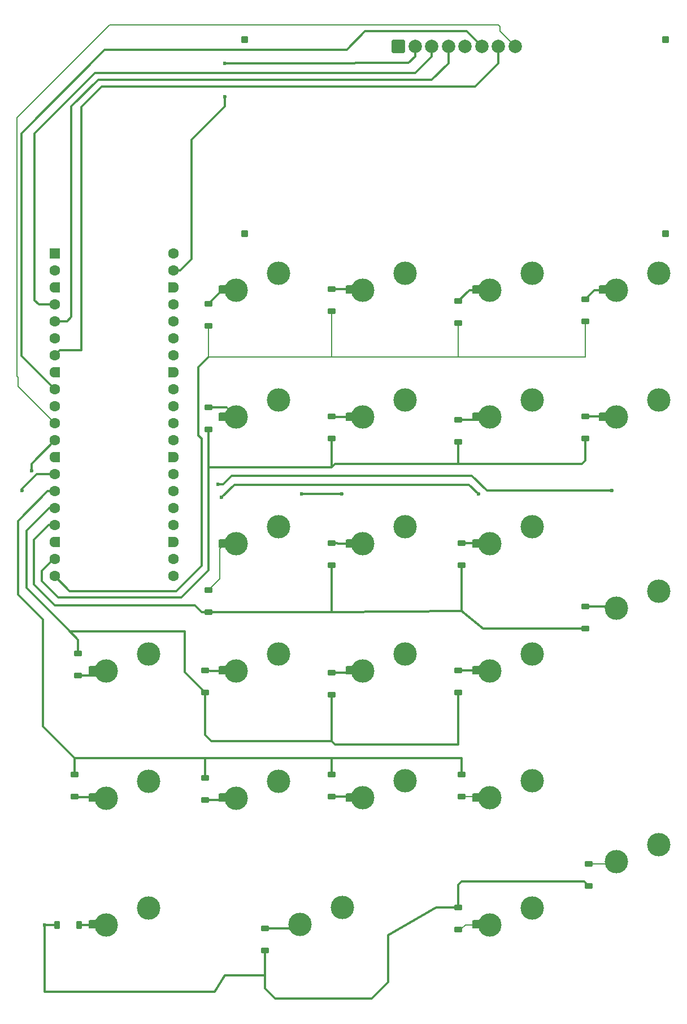
<source format=gbr>
%TF.GenerationSoftware,KiCad,Pcbnew,9.0.2+dfsg-1*%
%TF.CreationDate,2025-10-06T22:07:27-05:00*%
%TF.ProjectId,numpad,6e756d70-6164-42e6-9b69-6361645f7063,rev?*%
%TF.SameCoordinates,Original*%
%TF.FileFunction,Copper,L1,Top*%
%TF.FilePolarity,Positive*%
%FSLAX46Y46*%
G04 Gerber Fmt 4.6, Leading zero omitted, Abs format (unit mm)*
G04 Created by KiCad (PCBNEW 9.0.2+dfsg-1) date 2025-10-06 22:07:27*
%MOMM*%
%LPD*%
G01*
G04 APERTURE LIST*
G04 Aperture macros list*
%AMRoundRect*
0 Rectangle with rounded corners*
0 $1 Rounding radius*
0 $2 $3 $4 $5 $6 $7 $8 $9 X,Y pos of 4 corners*
0 Add a 4 corners polygon primitive as box body*
4,1,4,$2,$3,$4,$5,$6,$7,$8,$9,$2,$3,0*
0 Add four circle primitives for the rounded corners*
1,1,$1+$1,$2,$3*
1,1,$1+$1,$4,$5*
1,1,$1+$1,$6,$7*
1,1,$1+$1,$8,$9*
0 Add four rect primitives between the rounded corners*
20,1,$1+$1,$2,$3,$4,$5,0*
20,1,$1+$1,$4,$5,$6,$7,0*
20,1,$1+$1,$6,$7,$8,$9,0*
20,1,$1+$1,$8,$9,$2,$3,0*%
%AMFreePoly0*
4,1,37,0.603843,0.796157,0.639018,0.796157,0.711114,0.766294,0.766294,0.711114,0.796157,0.639018,0.796157,0.603843,0.800000,0.600000,0.800000,-0.600000,0.796157,-0.603843,0.796157,-0.639018,0.766294,-0.711114,0.711114,-0.766294,0.639018,-0.796157,0.603843,-0.796157,0.600000,-0.800000,0.000000,-0.800000,0.000000,-0.796148,-0.078414,-0.796148,-0.232228,-0.765552,-0.377117,-0.705537,
-0.507515,-0.618408,-0.618408,-0.507515,-0.705537,-0.377117,-0.765552,-0.232228,-0.796148,-0.078414,-0.796148,0.078414,-0.765552,0.232228,-0.705537,0.377117,-0.618408,0.507515,-0.507515,0.618408,-0.377117,0.705537,-0.232228,0.765552,-0.078414,0.796148,0.000000,0.796148,0.000000,0.800000,0.600000,0.800000,0.603843,0.796157,0.603843,0.796157,$1*%
%AMFreePoly1*
4,1,37,0.000000,0.796148,0.078414,0.796148,0.232228,0.765552,0.377117,0.705537,0.507515,0.618408,0.618408,0.507515,0.705537,0.377117,0.765552,0.232228,0.796148,0.078414,0.796148,-0.078414,0.765552,-0.232228,0.705537,-0.377117,0.618408,-0.507515,0.507515,-0.618408,0.377117,-0.705537,0.232228,-0.765552,0.078414,-0.796148,0.000000,-0.796148,0.000000,-0.800000,-0.600000,-0.800000,
-0.603843,-0.796157,-0.639018,-0.796157,-0.711114,-0.766294,-0.766294,-0.711114,-0.796157,-0.639018,-0.796157,-0.603843,-0.800000,-0.600000,-0.800000,0.600000,-0.796157,0.603843,-0.796157,0.639018,-0.766294,0.711114,-0.711114,0.766294,-0.639018,0.796157,-0.603843,0.796157,-0.600000,0.800000,0.000000,0.800000,0.000000,0.796148,0.000000,0.796148,$1*%
G04 Aperture macros list end*
%TA.AperFunction,ComponentPad*%
%ADD10RoundRect,0.150000X-0.350000X-0.350000X0.350000X-0.350000X0.350000X0.350000X-0.350000X0.350000X0*%
%TD*%
%TA.AperFunction,ComponentPad*%
%ADD11RoundRect,0.250000X-0.750000X-0.750000X0.750000X-0.750000X0.750000X0.750000X-0.750000X0.750000X0*%
%TD*%
%TA.AperFunction,ComponentPad*%
%ADD12C,2.000000*%
%TD*%
%TA.AperFunction,ComponentPad*%
%ADD13C,3.500000*%
%TD*%
%TA.AperFunction,SMDPad,CuDef*%
%ADD14RoundRect,0.187500X-0.437500X-0.447500X0.437500X-0.447500X0.437500X0.447500X-0.437500X0.447500X0*%
%TD*%
%TA.AperFunction,SMDPad,CuDef*%
%ADD15RoundRect,0.225000X0.375000X-0.225000X0.375000X0.225000X-0.375000X0.225000X-0.375000X-0.225000X0*%
%TD*%
%TA.AperFunction,SMDPad,CuDef*%
%ADD16RoundRect,0.225000X-0.375000X0.225000X-0.375000X-0.225000X0.375000X-0.225000X0.375000X0.225000X0*%
%TD*%
%TA.AperFunction,SMDPad,CuDef*%
%ADD17RoundRect,0.225000X-0.225000X-0.375000X0.225000X-0.375000X0.225000X0.375000X-0.225000X0.375000X0*%
%TD*%
%TA.AperFunction,ComponentPad*%
%ADD18RoundRect,0.200000X-0.600000X-0.600000X0.600000X-0.600000X0.600000X0.600000X-0.600000X0.600000X0*%
%TD*%
%TA.AperFunction,ComponentPad*%
%ADD19C,1.600000*%
%TD*%
%TA.AperFunction,ComponentPad*%
%ADD20FreePoly0,0.000000*%
%TD*%
%TA.AperFunction,ComponentPad*%
%ADD21FreePoly1,0.000000*%
%TD*%
%TA.AperFunction,ViaPad*%
%ADD22C,0.600000*%
%TD*%
%TA.AperFunction,Conductor*%
%ADD23C,0.200000*%
%TD*%
%TA.AperFunction,Conductor*%
%ADD24C,0.300000*%
%TD*%
G04 APERTURE END LIST*
D10*
%TO.P,LCD-1,*%
%TO.N,*%
X57000000Y-19000000D03*
D11*
%TO.P,LCD-1,1,GND*%
%TO.N,gnd*%
X80000000Y-20000000D03*
D10*
%TO.P,LCD-1,*%
%TO.N,*%
X57000000Y-48000000D03*
D12*
%TO.P,LCD-1,2,VCC*%
%TO.N,vcc*%
X82500000Y-20000000D03*
%TO.P,LCD-1,3,SCL*%
%TO.N,SPI-CLK*%
X85000000Y-20000000D03*
D10*
%TO.P,LCD-1,*%
%TO.N,*%
X120000000Y-48000000D03*
D12*
%TO.P,LCD-1,4,SDA*%
%TO.N,SPI-DATA*%
X87500000Y-20000000D03*
D10*
%TO.P,LCD-1,*%
%TO.N,*%
X120000000Y-19000000D03*
D12*
%TO.P,LCD-1,5,RES*%
%TO.N,LCD-RESET*%
X90000000Y-20000000D03*
%TO.P,LCD-1,6,CS*%
%TO.N,LCD-DC*%
X92500000Y-20000000D03*
%TO.P,LCD-1,7,BKLT*%
%TO.N,LCD-CS*%
X95000000Y-20000000D03*
%TO.P,LCD-1,8*%
%TO.N,LCD-BACKLIGHT*%
X97500000Y-20000000D03*
%TD*%
D13*
%TO.P,key-numlock,1*%
%TO.N,col-1*%
X62040000Y-72920000D03*
D14*
%TO.P,key-numlock,2*%
%TO.N,key-numlock*%
X53665000Y-75420000D03*
D13*
X55690000Y-75460000D03*
%TD*%
%TO.P,key-7,1*%
%TO.N,col-1*%
X62040000Y-91920000D03*
D14*
%TO.P,key-7,2*%
%TO.N,Net-(D-7-A)*%
X53665000Y-94420000D03*
D13*
X55690000Y-94460000D03*
%TD*%
%TO.P,key-1,1*%
%TO.N,col-1*%
X62000000Y-129960000D03*
D14*
%TO.P,key-1,2*%
%TO.N,Net-(D-1-A)*%
X53625000Y-132460000D03*
D13*
X55650000Y-132500000D03*
%TD*%
%TO.P,key-3,1*%
%TO.N,col-3*%
X100040000Y-129920000D03*
D14*
%TO.P,key-3,2*%
%TO.N,Net-(D-3-A)*%
X91665000Y-132420000D03*
D13*
X93690000Y-132460000D03*
%TD*%
%TO.P,key-m7,1*%
%TO.N,col-0*%
X42540000Y-110920000D03*
D14*
%TO.P,key-m7,2*%
%TO.N,Net-(D-m7-A)*%
X34165000Y-113420000D03*
D13*
X36190000Y-113460000D03*
%TD*%
%TO.P,key-5,1*%
%TO.N,col-2*%
X81040000Y-110920000D03*
D14*
%TO.P,key-5,2*%
%TO.N,Net-(D-5-A)*%
X72665000Y-113420000D03*
D13*
X74690000Y-113460000D03*
%TD*%
%TO.P,key-8,1*%
%TO.N,col-2*%
X81040000Y-91920000D03*
D14*
%TO.P,key-8,2*%
%TO.N,Net-(D-8-A)*%
X72665000Y-94420000D03*
D13*
X74690000Y-94460000D03*
%TD*%
%TO.P,key-minus,1*%
%TO.N,col-4*%
X119040000Y-72920000D03*
D14*
%TO.P,key-minus,2*%
%TO.N,key-minus*%
X110665000Y-75420000D03*
D13*
X112690000Y-75460000D03*
%TD*%
%TO.P,key-m2,1*%
%TO.N,col-2*%
X81040000Y-53920000D03*
D14*
%TO.P,key-m2,2*%
%TO.N,Net-(D-m2-A)*%
X72665000Y-56420000D03*
D13*
X74690000Y-56460000D03*
%TD*%
%TO.P,key-m4,1*%
%TO.N,col-4*%
X119040000Y-53920000D03*
D14*
%TO.P,key-m4,2*%
%TO.N,Net-(D-m4-A)*%
X110665000Y-56420000D03*
D13*
X112690000Y-56460000D03*
%TD*%
%TO.P,key-6,1*%
%TO.N,col-3*%
X100040000Y-110920000D03*
D14*
%TO.P,key-6,2*%
%TO.N,Net-(D-6-A)*%
X91665000Y-113420000D03*
D13*
X93690000Y-113460000D03*
%TD*%
%TO.P,key-multiply,1*%
%TO.N,col-3*%
X100040000Y-72920000D03*
D14*
%TO.P,key-multiply,2*%
%TO.N,key-multiply*%
X91665000Y-75420000D03*
D13*
X93690000Y-75460000D03*
%TD*%
%TO.P,key-4,1*%
%TO.N,col-1*%
X62040000Y-110920000D03*
D14*
%TO.P,key-4,2*%
%TO.N,Net-(D-4-A)*%
X53665000Y-113420000D03*
D13*
X55690000Y-113460000D03*
%TD*%
%TO.P,key-9,1*%
%TO.N,col-3*%
X100040000Y-91920000D03*
D14*
%TO.P,key-9,2*%
%TO.N,Net-(D-9-A)*%
X91665000Y-94420000D03*
D13*
X93690000Y-94460000D03*
%TD*%
%TO.P,key-m1,1*%
%TO.N,col-1*%
X62040000Y-53920000D03*
D14*
%TO.P,key-m1,2*%
%TO.N,Net-(D-m1-A)*%
X53665000Y-56420000D03*
D13*
X55690000Y-56460000D03*
%TD*%
%TO.P,key-m3,1*%
%TO.N,col-3*%
X100040000Y-53920000D03*
D14*
%TO.P,key-m3,2*%
%TO.N,Net-(D-m3-A)*%
X91665000Y-56420000D03*
D13*
X93690000Y-56460000D03*
%TD*%
%TO.P,key-divide,1*%
%TO.N,col-2*%
X81040000Y-72920000D03*
D14*
%TO.P,key-divide,2*%
%TO.N,key-divide*%
X72665000Y-75420000D03*
D13*
X74690000Y-75460000D03*
%TD*%
%TO.P,key-del,1*%
%TO.N,col-3*%
X100040000Y-148920000D03*
D14*
%TO.P,key-del,2*%
%TO.N,key-del*%
X91665000Y-151420000D03*
D13*
X93690000Y-151460000D03*
%TD*%
%TO.P,key-2,1*%
%TO.N,col-2*%
X81040000Y-129920000D03*
D14*
%TO.P,key-2,2*%
%TO.N,Net-(D-2-A)*%
X72665000Y-132420000D03*
D13*
X74690000Y-132460000D03*
%TD*%
%TO.P,key-m5,1*%
%TO.N,col-0*%
X42540000Y-148920000D03*
D14*
%TO.P,key-m5,2*%
%TO.N,Net-(D-m5-A)*%
X34165000Y-151420000D03*
D13*
X36190000Y-151460000D03*
%TD*%
%TO.P,key-m6,1*%
%TO.N,col-0*%
X42540000Y-129960000D03*
D14*
%TO.P,key-m6,2*%
%TO.N,Net-(D-m6-A)*%
X34165000Y-132460000D03*
D13*
X36190000Y-132500000D03*
%TD*%
D15*
%TO.P,D-m1,1,K*%
%TO.N,row-6*%
X51500000Y-61800000D03*
%TO.P,D-m1,2,A*%
%TO.N,Net-(D-m1-A)*%
X51500000Y-58500000D03*
%TD*%
%TO.P,D-m2,1,K*%
%TO.N,row-6*%
X70000000Y-59650000D03*
%TO.P,D-m2,2,A*%
%TO.N,Net-(D-m2-A)*%
X70000000Y-56350000D03*
%TD*%
D16*
%TO.P,D-m7,1,K*%
%TO.N,row-3*%
X32000000Y-110850000D03*
%TO.P,D-m7,2,A*%
%TO.N,Net-(D-m7-A)*%
X32000000Y-114150000D03*
%TD*%
D15*
%TO.P,D-enter,1*%
%TO.N,row-1*%
X108500000Y-145650000D03*
%TO.P,D-enter,2*%
%TO.N,key-enter*%
X108500000Y-142350000D03*
%TD*%
D16*
%TO.P,D-m6,1,K*%
%TO.N,row-2*%
X31500000Y-129000000D03*
%TO.P,D-m6,2,A*%
%TO.N,Net-(D-m6-A)*%
X31500000Y-132300000D03*
%TD*%
D15*
%TO.P,D-divide,1*%
%TO.N,row-5*%
X70000000Y-78650000D03*
%TO.P,D-divide,2*%
%TO.N,key-divide*%
X70000000Y-75350000D03*
%TD*%
D17*
%TO.P,D-m5,1,K*%
%TO.N,row-1*%
X28850000Y-151500000D03*
%TO.P,D-m5,2,A*%
%TO.N,Net-(D-m5-A)*%
X32150000Y-151500000D03*
%TD*%
D15*
%TO.P,D-m4,1,K*%
%TO.N,row-6*%
X108000000Y-61150000D03*
%TO.P,D-m4,2,A*%
%TO.N,Net-(D-m4-A)*%
X108000000Y-57850000D03*
%TD*%
%TO.P,D-7,1,K*%
%TO.N,row-4*%
X51500000Y-104650000D03*
%TO.P,D-7,2,A*%
%TO.N,Net-(D-7-A)*%
X51500000Y-101350000D03*
%TD*%
%TO.P,D-m3,1,K*%
%TO.N,row-6*%
X89000000Y-61400000D03*
%TO.P,D-m3,2,A*%
%TO.N,Net-(D-m3-A)*%
X89000000Y-58100000D03*
%TD*%
%TO.P,D-multiply,1*%
%TO.N,row-5*%
X89000000Y-79150000D03*
%TO.P,D-multiply,2*%
%TO.N,key-multiply*%
X89000000Y-75850000D03*
%TD*%
D16*
%TO.P,D-3,1,K*%
%TO.N,row-2*%
X89500000Y-129000000D03*
%TO.P,D-3,2,A*%
%TO.N,Net-(D-3-A)*%
X89500000Y-132300000D03*
%TD*%
D15*
%TO.P,D-6,1,K*%
%TO.N,row-3*%
X89000000Y-116650000D03*
%TO.P,D-6,2,A*%
%TO.N,Net-(D-6-A)*%
X89000000Y-113350000D03*
%TD*%
D13*
%TO.P,key-enter,1*%
%TO.N,col-4*%
X119000000Y-139500000D03*
%TO.P,key-enter,2*%
%TO.N,key-enter*%
X112650000Y-142040000D03*
%TD*%
D15*
%TO.P,D-plus,1*%
%TO.N,row-4*%
X108000000Y-107150000D03*
%TO.P,D-plus,2*%
%TO.N,key-plus*%
X108000000Y-103850000D03*
%TD*%
%TO.P,D-8,1,K*%
%TO.N,row-4*%
X70000000Y-97650000D03*
%TO.P,D-8,2,A*%
%TO.N,Net-(D-8-A)*%
X70000000Y-94350000D03*
%TD*%
D16*
%TO.P,D-1,1,K*%
%TO.N,row-2*%
X51000000Y-129500000D03*
%TO.P,D-1,2,A*%
%TO.N,Net-(D-1-A)*%
X51000000Y-132800000D03*
%TD*%
D13*
%TO.P,key-plus,1*%
%TO.N,col-4*%
X119000000Y-101500000D03*
%TO.P,key-plus,2*%
%TO.N,key-plus*%
X112650000Y-104040000D03*
%TD*%
D15*
%TO.P,D-9,1,K*%
%TO.N,row-4*%
X89500000Y-97650000D03*
%TO.P,D-9,2,A*%
%TO.N,Net-(D-9-A)*%
X89500000Y-94350000D03*
%TD*%
D18*
%TO.P,RPI-PICO,1*%
%TO.N,N/C*%
X28500000Y-51000000D03*
D19*
%TO.P,RPI-PICO,2*%
X28500000Y-53540000D03*
D20*
%TO.P,RPI-PICO,3*%
X28500000Y-56080000D03*
D19*
%TO.P,RPI-PICO,4*%
%TO.N,SPI-CLK*%
X28500000Y-58620000D03*
%TO.P,RPI-PICO,5*%
%TO.N,SPI-DATA*%
X28500000Y-61160000D03*
%TO.P,RPI-PICO,6*%
%TO.N,N/C*%
X28500000Y-63700000D03*
%TO.P,RPI-PICO,7*%
%TO.N,LCD-CS*%
X28500000Y-66240000D03*
D20*
%TO.P,RPI-PICO,8*%
%TO.N,N/C*%
X28500000Y-68780000D03*
D19*
%TO.P,RPI-PICO,9*%
%TO.N,LCD-DC*%
X28500000Y-71320000D03*
%TO.P,RPI-PICO,10*%
%TO.N,LCD-RESET*%
X28500000Y-73860000D03*
%TO.P,RPI-PICO,11*%
%TO.N,LCD-BACKLIGHT*%
X28500000Y-76400000D03*
%TO.P,RPI-PICO,12*%
%TO.N,col-0*%
X28500000Y-78940000D03*
D20*
%TO.P,RPI-PICO,13*%
%TO.N,gnd*%
X28500000Y-81480000D03*
D19*
%TO.P,RPI-PICO,14*%
%TO.N,row-1*%
X28500000Y-84020000D03*
%TO.P,RPI-PICO,15*%
%TO.N,row-2*%
X28500000Y-86560000D03*
%TO.P,RPI-PICO,16*%
%TO.N,row-3*%
X28500000Y-89100000D03*
%TO.P,RPI-PICO,17*%
%TO.N,row-4*%
X28500000Y-91640000D03*
D20*
%TO.P,RPI-PICO,18*%
%TO.N,N/C*%
X28500000Y-94180000D03*
D19*
%TO.P,RPI-PICO,19*%
%TO.N,row-5*%
X28500000Y-96720000D03*
%TO.P,RPI-PICO,20*%
%TO.N,row-6*%
X28500000Y-99260000D03*
%TO.P,RPI-PICO,21*%
%TO.N,col-1*%
X46280000Y-99260000D03*
%TO.P,RPI-PICO,22*%
%TO.N,col-2*%
X46280000Y-96720000D03*
D21*
%TO.P,RPI-PICO,23*%
%TO.N,N/C*%
X46280000Y-94180000D03*
D19*
%TO.P,RPI-PICO,24*%
%TO.N,col-3*%
X46280000Y-91640000D03*
%TO.P,RPI-PICO,25*%
%TO.N,col-4*%
X46280000Y-89100000D03*
%TO.P,RPI-PICO,26*%
%TO.N,N/C*%
X46280000Y-86560000D03*
%TO.P,RPI-PICO,27*%
X46280000Y-84020000D03*
D21*
%TO.P,RPI-PICO,28*%
X46280000Y-81480000D03*
D19*
%TO.P,RPI-PICO,29*%
X46280000Y-78940000D03*
%TO.P,RPI-PICO,30*%
X46280000Y-76400000D03*
%TO.P,RPI-PICO,31*%
X46280000Y-73860000D03*
%TO.P,RPI-PICO,32*%
X46280000Y-71320000D03*
D21*
%TO.P,RPI-PICO,33*%
X46280000Y-68780000D03*
D19*
%TO.P,RPI-PICO,34*%
X46280000Y-66240000D03*
%TO.P,RPI-PICO,35*%
X46280000Y-63700000D03*
%TO.P,RPI-PICO,36*%
X46280000Y-61160000D03*
%TO.P,RPI-PICO,37*%
X46280000Y-58620000D03*
D21*
%TO.P,RPI-PICO,38*%
%TO.N,gnd*%
X46280000Y-56080000D03*
D19*
%TO.P,RPI-PICO,39*%
%TO.N,vcc*%
X46280000Y-53540000D03*
%TO.P,RPI-PICO,40*%
%TO.N,N/C*%
X46280000Y-51000000D03*
%TD*%
D13*
%TO.P,key-zero,1*%
%TO.N,col-1*%
X71590000Y-148895000D03*
%TO.P,key-zero,2*%
%TO.N,key-zero*%
X65240000Y-151435000D03*
%TD*%
D16*
%TO.P,D-del,1*%
%TO.N,row-1*%
X89000000Y-148850000D03*
%TO.P,D-del,2*%
%TO.N,key-del*%
X89000000Y-152150000D03*
%TD*%
D15*
%TO.P,D-numlock,1*%
%TO.N,row-5*%
X51500000Y-77300000D03*
%TO.P,D-numlock,2*%
%TO.N,key-numlock*%
X51500000Y-74000000D03*
%TD*%
D16*
%TO.P,D-2,1,K*%
%TO.N,row-2*%
X70000000Y-129000000D03*
%TO.P,D-2,2,A*%
%TO.N,Net-(D-2-A)*%
X70000000Y-132300000D03*
%TD*%
D15*
%TO.P,D-4,1,K*%
%TO.N,row-3*%
X51000000Y-116650000D03*
%TO.P,D-4,2,A*%
%TO.N,Net-(D-4-A)*%
X51000000Y-113350000D03*
%TD*%
%TO.P,D-5,1,K*%
%TO.N,row-3*%
X70000000Y-117000000D03*
%TO.P,D-5,2,A*%
%TO.N,Net-(D-5-A)*%
X70000000Y-113700000D03*
%TD*%
%TO.P,D-minus,1*%
%TO.N,row-5*%
X108000000Y-78650000D03*
%TO.P,D-minus,2*%
%TO.N,key-minus*%
X108000000Y-75350000D03*
%TD*%
%TO.P,D-zero,1*%
%TO.N,row-1*%
X60000000Y-155300000D03*
%TO.P,D-zero,2*%
%TO.N,key-zero*%
X60000000Y-152000000D03*
%TD*%
D22*
%TO.N,vcc*%
X54000000Y-22500000D03*
X54000000Y-27500000D03*
%TO.N,row-1*%
X26960000Y-151460000D03*
X23600000Y-86500000D03*
%TO.N,col-2*%
X65500000Y-87000000D03*
X71500000Y-87000000D03*
%TO.N,col-3*%
X53500000Y-87500000D03*
X92000000Y-87000000D03*
%TO.N,col-4*%
X53000000Y-85500000D03*
X112000000Y-86500000D03*
%TO.N,col-0*%
X25000000Y-83500000D03*
%TD*%
D23*
%TO.N,LCD-BACKLIGHT*%
X28500000Y-76400000D02*
X23000000Y-70900000D01*
X23000000Y-70900000D02*
X23000000Y-69500000D01*
X23000000Y-69500000D02*
X22849000Y-69349000D01*
X22849000Y-69349000D02*
X22849000Y-30651000D01*
X95000000Y-16750000D02*
X95250000Y-17000000D01*
X22849000Y-30651000D02*
X36750000Y-16750000D01*
X36750000Y-16750000D02*
X95000000Y-16750000D01*
X95250000Y-17000000D02*
X95250000Y-17750000D01*
X95250000Y-17750000D02*
X97500000Y-20000000D01*
D24*
%TO.N,row-1*%
X23600000Y-86500000D02*
X23600000Y-86236593D01*
X23600000Y-86236593D02*
X25816593Y-84020000D01*
X25816593Y-84020000D02*
X28500000Y-84020000D01*
%TO.N,row-6*%
X50500000Y-78709636D02*
X50000000Y-78209636D01*
%TO.N,vcc*%
X81525278Y-22474722D02*
X82500000Y-21500000D01*
X73525278Y-22474722D02*
X81525278Y-22474722D01*
X47280000Y-53540000D02*
X46280000Y-53540000D01*
X49000000Y-34000000D02*
X49000000Y-51820000D01*
X54000000Y-29000000D02*
X49000000Y-34000000D01*
X82500000Y-21500000D02*
X82500000Y-20000000D01*
X49000000Y-51820000D02*
X47280000Y-53540000D01*
X54000000Y-27500000D02*
X54000000Y-29000000D01*
X65500000Y-22500000D02*
X73500000Y-22500000D01*
%TO.N,row-1*%
X89500000Y-145000000D02*
X89000000Y-145500000D01*
X89000000Y-145500000D02*
X89000000Y-148850000D01*
X52500000Y-161500000D02*
X27000000Y-161500000D01*
X60000000Y-159000000D02*
X54000000Y-159000000D01*
X60000000Y-159000000D02*
X60000000Y-155300000D01*
X27000000Y-161500000D02*
X27000000Y-151500000D01*
X108500000Y-145650000D02*
X107850000Y-145000000D01*
X28850000Y-151500000D02*
X27000000Y-151500000D01*
D23*
X27000000Y-151500000D02*
X26960000Y-151460000D01*
D24*
X54000000Y-159000000D02*
X52500000Y-161500000D01*
X85650000Y-148850000D02*
X78500000Y-152978827D01*
D23*
X23600000Y-86500000D02*
X23600000Y-86400000D01*
D24*
X89000000Y-148850000D02*
X85650000Y-148850000D01*
X76000000Y-162500000D02*
X61500000Y-162500000D01*
X60000000Y-161000000D02*
X60000000Y-159000000D01*
X107850000Y-145000000D02*
X89500000Y-145000000D01*
X61500000Y-162500000D02*
X60000000Y-161000000D01*
X78500000Y-160000000D02*
X76000000Y-162500000D01*
X78500000Y-152978827D02*
X78500000Y-160000000D01*
%TO.N,row-2*%
X51000000Y-126500000D02*
X31500000Y-126500000D01*
X70000000Y-129000000D02*
X70000000Y-126500000D01*
X89500000Y-126500000D02*
X70000000Y-126500000D01*
X89500000Y-129000000D02*
X89500000Y-126500000D01*
X51000000Y-129500000D02*
X51000000Y-126500000D01*
X70000000Y-126500000D02*
X51000000Y-126500000D01*
X31500000Y-126500000D02*
X31500000Y-129000000D01*
%TO.N,row-3*%
X51000000Y-123000000D02*
X51000000Y-116650000D01*
X70000000Y-124000000D02*
X52000000Y-124000000D01*
X48000000Y-113650000D02*
X48000000Y-107500000D01*
X48000000Y-107500000D02*
X30697002Y-107500000D01*
X89000000Y-116650000D02*
X89000000Y-124500000D01*
X30598501Y-107401499D02*
X32000000Y-108802998D01*
X32000000Y-108802998D02*
X32000000Y-110850000D01*
X89000000Y-124500000D02*
X70500000Y-124500000D01*
X51000000Y-116650000D02*
X48000000Y-113650000D01*
X52000000Y-124000000D02*
X51000000Y-123000000D01*
X30697002Y-107500000D02*
X30598501Y-107401499D01*
X70000000Y-117000000D02*
X70000000Y-124000000D01*
X70500000Y-124500000D02*
X70000000Y-124000000D01*
%TO.N,row-4*%
X92650000Y-107150000D02*
X89500000Y-104500000D01*
X89500000Y-104500000D02*
X89500000Y-97650000D01*
X70000000Y-97650000D02*
X70000000Y-104650000D01*
X108000000Y-107150000D02*
X92650000Y-107150000D01*
X89500000Y-104500000D02*
X70000000Y-104650000D01*
%TO.N,row-5*%
X47494891Y-102431999D02*
X51500000Y-98426890D01*
X70000000Y-83000000D02*
X51500000Y-83000000D01*
X108000000Y-82000000D02*
X107500000Y-82500000D01*
X70500000Y-82500000D02*
X70000000Y-83000000D01*
X28351580Y-96720000D02*
X26599000Y-98472580D01*
X108000000Y-78650000D02*
X108000000Y-82000000D01*
X28983579Y-102431999D02*
X47494891Y-102431999D01*
X51500000Y-98426890D02*
X51500000Y-83000000D01*
X89000000Y-79150000D02*
X89000000Y-82500000D01*
X70000000Y-78650000D02*
X70000000Y-83000000D01*
X89000000Y-82500000D02*
X70500000Y-82500000D01*
X51500000Y-83000000D02*
X51500000Y-77300000D01*
X107500000Y-82500000D02*
X89000000Y-82500000D01*
X26599000Y-100047420D02*
X28983579Y-102431999D01*
X26599000Y-98472580D02*
X26599000Y-100047420D01*
D23*
%TO.N,row-6*%
X89000000Y-66500000D02*
X70000000Y-66500000D01*
X89000000Y-61400000D02*
X89000000Y-66500000D01*
X108000000Y-61150000D02*
X108000000Y-66500000D01*
X108000000Y-66500000D02*
X89000000Y-66500000D01*
X70000000Y-59650000D02*
X70000000Y-66500000D01*
X70000000Y-66500000D02*
X51500000Y-66500000D01*
X51500000Y-66500000D02*
X51500000Y-61800000D01*
D24*
%TO.N,col-2*%
X65500000Y-87000000D02*
X71500000Y-87000000D01*
%TO.N,col-3*%
X55401000Y-85599000D02*
X90599000Y-85599000D01*
X90599000Y-85599000D02*
X92000000Y-87000000D01*
X53500000Y-87500000D02*
X55401000Y-85599000D01*
%TO.N,col-0*%
X25000000Y-82440000D02*
X28500000Y-78940000D01*
X25000000Y-83500000D02*
X25000000Y-82440000D01*
%TO.N,Net-(D-1-A)*%
X51000000Y-132800000D02*
X55350000Y-132800000D01*
%TO.N,Net-(D-2-A)*%
X70000000Y-132300000D02*
X74530000Y-132300000D01*
D23*
%TO.N,Net-(D-3-A)*%
X89500000Y-132300000D02*
X93530000Y-132300000D01*
D24*
%TO.N,Net-(D-4-A)*%
X51760000Y-113460000D02*
X55690000Y-113460000D01*
D23*
X51000000Y-113350000D02*
X51650000Y-113350000D01*
X51650000Y-113350000D02*
X51760000Y-113460000D01*
D24*
%TO.N,Net-(D-5-A)*%
X70000000Y-113700000D02*
X74450000Y-113700000D01*
%TO.N,key-numlock*%
X51500000Y-74000000D02*
X54230000Y-74000000D01*
D23*
X54230000Y-74000000D02*
X55690000Y-75460000D01*
D24*
%TO.N,key-divide*%
X74690000Y-75460000D02*
X70110000Y-75460000D01*
%TO.N,key-multiply*%
X89000000Y-75850000D02*
X93300000Y-75850000D01*
%TO.N,key-minus*%
X108000000Y-75350000D02*
X112580000Y-75350000D01*
%TO.N,key-plus*%
X108000000Y-103850000D02*
X112460000Y-103850000D01*
D23*
%TO.N,key-enter*%
X108500000Y-142350000D02*
X112340000Y-142350000D01*
D24*
%TO.N,Net-(D-6-A)*%
X89000000Y-113350000D02*
X93580000Y-113350000D01*
D23*
%TO.N,Net-(D-7-A)*%
X51500000Y-101350000D02*
X53219000Y-99631000D01*
X53219000Y-99631000D02*
X53219000Y-95201000D01*
X53960000Y-94460000D02*
X55690000Y-94460000D01*
X53219000Y-95201000D02*
X53960000Y-94460000D01*
D24*
%TO.N,Net-(D-8-A)*%
X70960000Y-94460000D02*
X74690000Y-94460000D01*
X70850000Y-94350000D02*
X70960000Y-94460000D01*
X70000000Y-94350000D02*
X70850000Y-94350000D01*
%TO.N,Net-(D-9-A)*%
X89500000Y-94350000D02*
X93580000Y-94350000D01*
%TO.N,Net-(D-m1-A)*%
X53540000Y-56460000D02*
X51500000Y-58500000D01*
D23*
X55690000Y-56460000D02*
X53540000Y-56460000D01*
D24*
%TO.N,key-zero*%
X60000000Y-152000000D02*
X64675000Y-152000000D01*
D23*
%TO.N,key-del*%
X89500000Y-152000000D02*
X90040000Y-151460000D01*
X90040000Y-151460000D02*
X93690000Y-151460000D01*
D24*
%TO.N,Net-(D-m2-A)*%
X70000000Y-56350000D02*
X74580000Y-56350000D01*
%TO.N,Net-(D-m3-A)*%
X90640000Y-56460000D02*
X93690000Y-56460000D01*
X89000000Y-58100000D02*
X90640000Y-56460000D01*
%TO.N,SPI-CLK*%
X26120000Y-58620000D02*
X25500000Y-58000000D01*
X85000000Y-21500000D02*
X85000000Y-20000000D01*
X25500000Y-58000000D02*
X25500000Y-33000000D01*
X25500000Y-33000000D02*
X34500000Y-24000000D01*
X82500000Y-24000000D02*
X85000000Y-21500000D01*
X28500000Y-58620000D02*
X26120000Y-58620000D01*
X34500000Y-24000000D02*
X82500000Y-24000000D01*
%TO.N,SPI-DATA*%
X87500000Y-22500000D02*
X87500000Y-20000000D01*
X30340000Y-61160000D02*
X31000000Y-60500000D01*
X31000000Y-60500000D02*
X31000000Y-29000000D01*
X28500000Y-61160000D02*
X30340000Y-61160000D01*
X85000000Y-25000000D02*
X87500000Y-22500000D01*
X31000000Y-29000000D02*
X35000000Y-25000000D01*
X35000000Y-25000000D02*
X85000000Y-25000000D01*
%TO.N,LCD-CS*%
X32500000Y-29023721D02*
X35523721Y-26000000D01*
X28500000Y-66240000D02*
X29240000Y-65500000D01*
X29240000Y-65500000D02*
X32500000Y-65500000D01*
X95000000Y-22500000D02*
X95000000Y-20000000D01*
X35523721Y-26000000D02*
X91500000Y-26000000D01*
X91500000Y-26000000D02*
X95000000Y-22500000D01*
X32500000Y-65500000D02*
X32500000Y-29023721D01*
%TO.N,Net-(D-m4-A)*%
X108000000Y-57850000D02*
X109390000Y-56460000D01*
X109390000Y-56460000D02*
X112690000Y-56460000D01*
%TO.N,Net-(D-m5-A)*%
X32150000Y-151500000D02*
X36150000Y-151500000D01*
%TO.N,Net-(D-m6-A)*%
X31500000Y-132350000D02*
X35048636Y-132350000D01*
%TO.N,Net-(D-m7-A)*%
X32000000Y-114150000D02*
X35500000Y-114150000D01*
%TO.N,col-4*%
X93250000Y-86500000D02*
X112000000Y-86500000D01*
%TO.N,row-3*%
X24250000Y-101052998D02*
X30598501Y-107401499D01*
%TO.N,col-4*%
X55000000Y-84250000D02*
X91000000Y-84250000D01*
%TO.N,row-3*%
X28351580Y-89100000D02*
X27650000Y-89100000D01*
X24250000Y-92500000D02*
X24250000Y-101052998D01*
%TO.N,col-4*%
X53000000Y-85500000D02*
X53750000Y-85500000D01*
%TO.N,row-4*%
X50559186Y-104650000D02*
X70000000Y-104650000D01*
%TO.N,col-4*%
X53750000Y-85500000D02*
X55000000Y-84250000D01*
%TO.N,row-6*%
X28500000Y-99260000D02*
X30740000Y-101500000D01*
%TO.N,row-3*%
X27650000Y-89100000D02*
X24250000Y-92500000D01*
%TO.N,row-6*%
X50000000Y-68000000D02*
X51500000Y-66500000D01*
%TO.N,row-4*%
X27610000Y-91640000D02*
X25398001Y-93851999D01*
X28344508Y-91640000D02*
X27610000Y-91640000D01*
%TO.N,row-6*%
X46728420Y-101500000D02*
X50500000Y-97728420D01*
X30740000Y-101500000D02*
X46728420Y-101500000D01*
%TO.N,row-4*%
X25398001Y-93851999D02*
X25398001Y-100544891D01*
%TO.N,row-6*%
X50000000Y-78209636D02*
X50000000Y-68000000D01*
%TO.N,row-4*%
X25398001Y-100544891D02*
X28486109Y-103632999D01*
%TO.N,vcc*%
X54000000Y-22500000D02*
X65500000Y-22500000D01*
%TO.N,row-4*%
X28486109Y-103632999D02*
X49542185Y-103632999D01*
X49542185Y-103632999D02*
X50559186Y-104650000D01*
%TO.N,row-6*%
X50500000Y-97728420D02*
X50500000Y-78709636D01*
%TO.N,col-4*%
X91000000Y-84250000D02*
X93250000Y-86500000D01*
%TO.N,LCD-DC*%
X28500000Y-71320000D02*
X23500000Y-66320000D01*
X23500000Y-66320000D02*
X23500000Y-33000000D01*
X23500000Y-33000000D02*
X36000000Y-20500000D01*
X72250000Y-20500000D02*
X75000000Y-17750000D01*
X36000000Y-20500000D02*
X72250000Y-20500000D01*
X75000000Y-17750000D02*
X90250000Y-17750000D01*
X90250000Y-17750000D02*
X92500000Y-20000000D01*
%TO.N,row-2*%
X28500000Y-86560000D02*
X27440000Y-86560000D01*
X27440000Y-86560000D02*
X23000000Y-91000000D01*
X23000000Y-91000000D02*
X23000000Y-102000000D01*
X23000000Y-102000000D02*
X26750000Y-105750000D01*
X26750000Y-105750000D02*
X26750000Y-121750000D01*
X26750000Y-121750000D02*
X31500000Y-126500000D01*
%TD*%
M02*

</source>
